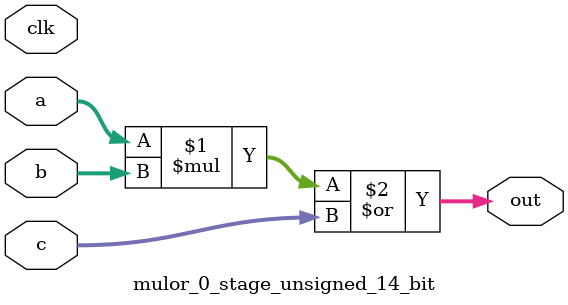
<source format=sv>
(* use_dsp = "yes" *) module mulor_0_stage_unsigned_14_bit(
	input  [13:0] a,
	input  [13:0] b,
	input  [13:0] c,
	output [13:0] out,
	input clk);

	assign out = (a * b) | c;
endmodule

</source>
